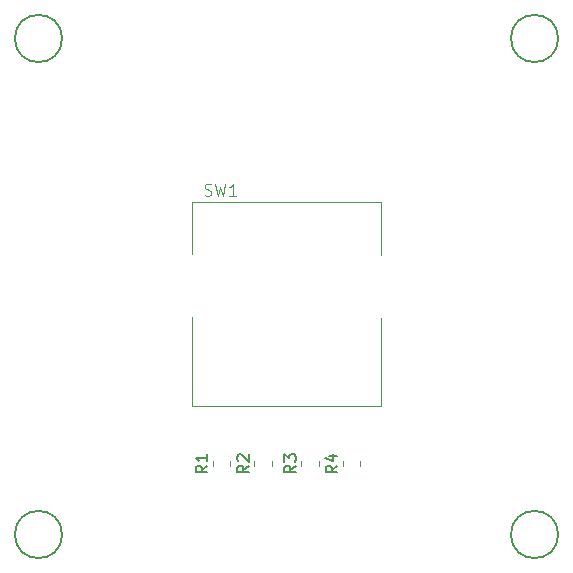
<source format=gbr>
%TF.GenerationSoftware,KiCad,Pcbnew,7.0.7*%
%TF.CreationDate,2024-01-26T16:40:15-05:00*%
%TF.ProjectId,midi-controller_encoder,6d696469-2d63-46f6-9e74-726f6c6c6572,rev?*%
%TF.SameCoordinates,Original*%
%TF.FileFunction,Legend,Top*%
%TF.FilePolarity,Positive*%
%FSLAX46Y46*%
G04 Gerber Fmt 4.6, Leading zero omitted, Abs format (unit mm)*
G04 Created by KiCad (PCBNEW 7.0.7) date 2024-01-26 16:40:15*
%MOMM*%
%LPD*%
G01*
G04 APERTURE LIST*
%ADD10C,0.100000*%
%ADD11C,0.150000*%
%ADD12C,0.203200*%
%ADD13C,0.120000*%
G04 APERTURE END LIST*
D10*
X134066667Y-85359800D02*
X134209524Y-85407419D01*
X134209524Y-85407419D02*
X134447619Y-85407419D01*
X134447619Y-85407419D02*
X134542857Y-85359800D01*
X134542857Y-85359800D02*
X134590476Y-85312180D01*
X134590476Y-85312180D02*
X134638095Y-85216942D01*
X134638095Y-85216942D02*
X134638095Y-85121704D01*
X134638095Y-85121704D02*
X134590476Y-85026466D01*
X134590476Y-85026466D02*
X134542857Y-84978847D01*
X134542857Y-84978847D02*
X134447619Y-84931228D01*
X134447619Y-84931228D02*
X134257143Y-84883609D01*
X134257143Y-84883609D02*
X134161905Y-84835990D01*
X134161905Y-84835990D02*
X134114286Y-84788371D01*
X134114286Y-84788371D02*
X134066667Y-84693133D01*
X134066667Y-84693133D02*
X134066667Y-84597895D01*
X134066667Y-84597895D02*
X134114286Y-84502657D01*
X134114286Y-84502657D02*
X134161905Y-84455038D01*
X134161905Y-84455038D02*
X134257143Y-84407419D01*
X134257143Y-84407419D02*
X134495238Y-84407419D01*
X134495238Y-84407419D02*
X134638095Y-84455038D01*
X134971429Y-84407419D02*
X135209524Y-85407419D01*
X135209524Y-85407419D02*
X135400000Y-84693133D01*
X135400000Y-84693133D02*
X135590476Y-85407419D01*
X135590476Y-85407419D02*
X135828572Y-84407419D01*
X136733333Y-85407419D02*
X136161905Y-85407419D01*
X136447619Y-85407419D02*
X136447619Y-84407419D01*
X136447619Y-84407419D02*
X136352381Y-84550276D01*
X136352381Y-84550276D02*
X136257143Y-84645514D01*
X136257143Y-84645514D02*
X136161905Y-84693133D01*
D11*
X137804819Y-108266666D02*
X137328628Y-108599999D01*
X137804819Y-108838094D02*
X136804819Y-108838094D01*
X136804819Y-108838094D02*
X136804819Y-108457142D01*
X136804819Y-108457142D02*
X136852438Y-108361904D01*
X136852438Y-108361904D02*
X136900057Y-108314285D01*
X136900057Y-108314285D02*
X136995295Y-108266666D01*
X136995295Y-108266666D02*
X137138152Y-108266666D01*
X137138152Y-108266666D02*
X137233390Y-108314285D01*
X137233390Y-108314285D02*
X137281009Y-108361904D01*
X137281009Y-108361904D02*
X137328628Y-108457142D01*
X137328628Y-108457142D02*
X137328628Y-108838094D01*
X136900057Y-107885713D02*
X136852438Y-107838094D01*
X136852438Y-107838094D02*
X136804819Y-107742856D01*
X136804819Y-107742856D02*
X136804819Y-107504761D01*
X136804819Y-107504761D02*
X136852438Y-107409523D01*
X136852438Y-107409523D02*
X136900057Y-107361904D01*
X136900057Y-107361904D02*
X136995295Y-107314285D01*
X136995295Y-107314285D02*
X137090533Y-107314285D01*
X137090533Y-107314285D02*
X137233390Y-107361904D01*
X137233390Y-107361904D02*
X137804819Y-107933332D01*
X137804819Y-107933332D02*
X137804819Y-107314285D01*
X145304819Y-108266666D02*
X144828628Y-108599999D01*
X145304819Y-108838094D02*
X144304819Y-108838094D01*
X144304819Y-108838094D02*
X144304819Y-108457142D01*
X144304819Y-108457142D02*
X144352438Y-108361904D01*
X144352438Y-108361904D02*
X144400057Y-108314285D01*
X144400057Y-108314285D02*
X144495295Y-108266666D01*
X144495295Y-108266666D02*
X144638152Y-108266666D01*
X144638152Y-108266666D02*
X144733390Y-108314285D01*
X144733390Y-108314285D02*
X144781009Y-108361904D01*
X144781009Y-108361904D02*
X144828628Y-108457142D01*
X144828628Y-108457142D02*
X144828628Y-108838094D01*
X144638152Y-107409523D02*
X145304819Y-107409523D01*
X144257200Y-107647618D02*
X144971485Y-107885713D01*
X144971485Y-107885713D02*
X144971485Y-107266666D01*
X134304819Y-108266666D02*
X133828628Y-108599999D01*
X134304819Y-108838094D02*
X133304819Y-108838094D01*
X133304819Y-108838094D02*
X133304819Y-108457142D01*
X133304819Y-108457142D02*
X133352438Y-108361904D01*
X133352438Y-108361904D02*
X133400057Y-108314285D01*
X133400057Y-108314285D02*
X133495295Y-108266666D01*
X133495295Y-108266666D02*
X133638152Y-108266666D01*
X133638152Y-108266666D02*
X133733390Y-108314285D01*
X133733390Y-108314285D02*
X133781009Y-108361904D01*
X133781009Y-108361904D02*
X133828628Y-108457142D01*
X133828628Y-108457142D02*
X133828628Y-108838094D01*
X134304819Y-107314285D02*
X134304819Y-107885713D01*
X134304819Y-107599999D02*
X133304819Y-107599999D01*
X133304819Y-107599999D02*
X133447676Y-107695237D01*
X133447676Y-107695237D02*
X133542914Y-107790475D01*
X133542914Y-107790475D02*
X133590533Y-107885713D01*
X141804819Y-108266666D02*
X141328628Y-108599999D01*
X141804819Y-108838094D02*
X140804819Y-108838094D01*
X140804819Y-108838094D02*
X140804819Y-108457142D01*
X140804819Y-108457142D02*
X140852438Y-108361904D01*
X140852438Y-108361904D02*
X140900057Y-108314285D01*
X140900057Y-108314285D02*
X140995295Y-108266666D01*
X140995295Y-108266666D02*
X141138152Y-108266666D01*
X141138152Y-108266666D02*
X141233390Y-108314285D01*
X141233390Y-108314285D02*
X141281009Y-108361904D01*
X141281009Y-108361904D02*
X141328628Y-108457142D01*
X141328628Y-108457142D02*
X141328628Y-108838094D01*
X140804819Y-107933332D02*
X140804819Y-107314285D01*
X140804819Y-107314285D02*
X141185771Y-107647618D01*
X141185771Y-107647618D02*
X141185771Y-107504761D01*
X141185771Y-107504761D02*
X141233390Y-107409523D01*
X141233390Y-107409523D02*
X141281009Y-107361904D01*
X141281009Y-107361904D02*
X141376247Y-107314285D01*
X141376247Y-107314285D02*
X141614342Y-107314285D01*
X141614342Y-107314285D02*
X141709580Y-107361904D01*
X141709580Y-107361904D02*
X141757200Y-107409523D01*
X141757200Y-107409523D02*
X141804819Y-107504761D01*
X141804819Y-107504761D02*
X141804819Y-107790475D01*
X141804819Y-107790475D02*
X141757200Y-107885713D01*
X141757200Y-107885713D02*
X141709580Y-107933332D01*
D12*
%TO.C,H4*%
X164000000Y-114100000D02*
G75*
G03*
X164000000Y-114100000I-2000000J0D01*
G01*
D10*
%TO.C,SW1*%
X133000000Y-85950000D02*
X148850000Y-85950000D01*
X133000000Y-90350000D02*
X133000000Y-85950000D01*
X133000000Y-103250000D02*
X133000000Y-95700000D01*
X133150000Y-103250000D02*
X133000000Y-103250000D01*
X148850000Y-85950000D02*
X149000000Y-85950000D01*
X149000000Y-85950000D02*
X149000000Y-90450000D01*
X149000000Y-95750000D02*
X149000000Y-103250000D01*
X149000000Y-103250000D02*
X133150000Y-103250000D01*
D13*
%TO.C,R2*%
X138265000Y-108327064D02*
X138265000Y-107872936D01*
X139735000Y-108327064D02*
X139735000Y-107872936D01*
%TO.C,R4*%
X145765000Y-108327064D02*
X145765000Y-107872936D01*
X147235000Y-108327064D02*
X147235000Y-107872936D01*
%TO.C,R1*%
X134765000Y-108327064D02*
X134765000Y-107872936D01*
X136235000Y-108327064D02*
X136235000Y-107872936D01*
D12*
%TO.C,H2*%
X164000000Y-72100000D02*
G75*
G03*
X164000000Y-72100000I-2000000J0D01*
G01*
D13*
%TO.C,R3*%
X142265000Y-108327064D02*
X142265000Y-107872936D01*
X143735000Y-108327064D02*
X143735000Y-107872936D01*
D12*
%TO.C,H3*%
X122000000Y-114100000D02*
G75*
G03*
X122000000Y-114100000I-2000000J0D01*
G01*
%TO.C,H1*%
X122000000Y-72100000D02*
G75*
G03*
X122000000Y-72100000I-2000000J0D01*
G01*
%TD*%
M02*

</source>
